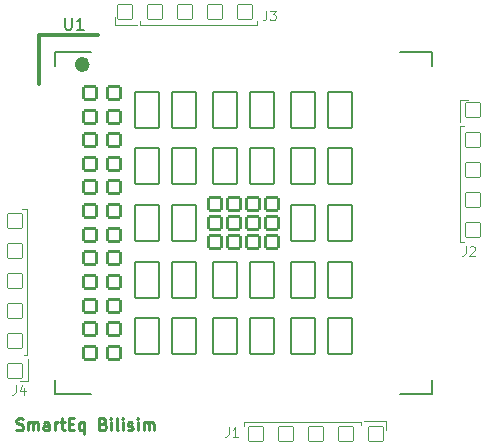
<source format=gto>
G04 #@! TF.GenerationSoftware,KiCad,Pcbnew,9.0.0*
G04 #@! TF.CreationDate,2025-09-02T11:52:27+03:00*
G04 #@! TF.ProjectId,GSM_Adapter_Board_V1.0,47534d5f-4164-4617-9074-65725f426f61,rev?*
G04 #@! TF.SameCoordinates,Original*
G04 #@! TF.FileFunction,Legend,Top*
G04 #@! TF.FilePolarity,Positive*
%FSLAX46Y46*%
G04 Gerber Fmt 4.6, Leading zero omitted, Abs format (unit mm)*
G04 Created by KiCad (PCBNEW 9.0.0) date 2025-09-02 11:52:27*
%MOMM*%
%LPD*%
G01*
G04 APERTURE LIST*
G04 Aperture macros list*
%AMRoundRect*
0 Rectangle with rounded corners*
0 $1 Rounding radius*
0 $2 $3 $4 $5 $6 $7 $8 $9 X,Y pos of 4 corners*
0 Add a 4 corners polygon primitive as box body*
4,1,4,$2,$3,$4,$5,$6,$7,$8,$9,$2,$3,0*
0 Add four circle primitives for the rounded corners*
1,1,$1+$1,$2,$3*
1,1,$1+$1,$4,$5*
1,1,$1+$1,$6,$7*
1,1,$1+$1,$8,$9*
0 Add four rect primitives between the rounded corners*
20,1,$1+$1,$2,$3,$4,$5,0*
20,1,$1+$1,$4,$5,$6,$7,0*
20,1,$1+$1,$6,$7,$8,$9,0*
20,1,$1+$1,$8,$9,$2,$3,0*%
G04 Aperture macros list end*
%ADD10C,0.250000*%
%ADD11C,0.100000*%
%ADD12C,0.150000*%
%ADD13C,0.120000*%
%ADD14C,0.300000*%
%ADD15C,0.127000*%
%ADD16C,0.700000*%
%ADD17RoundRect,0.040000X0.600000X-0.625000X0.600000X0.625000X-0.600000X0.625000X-0.600000X-0.625000X0*%
%ADD18RoundRect,0.040000X-0.600000X0.625000X-0.600000X-0.625000X0.600000X-0.625000X0.600000X0.625000X0*%
%ADD19RoundRect,0.040000X-0.625000X-0.600000X0.625000X-0.600000X0.625000X0.600000X-0.625000X0.600000X0*%
%ADD20O,2.704000X1.004000*%
%ADD21O,1.004000X2.704000*%
%ADD22RoundRect,0.102000X-0.550000X-0.550000X0.550000X-0.550000X0.550000X0.550000X-0.550000X0.550000X0*%
%ADD23RoundRect,0.102000X-1.000000X-1.500000X1.000000X-1.500000X1.000000X1.500000X-1.000000X1.500000X0*%
%ADD24RoundRect,0.040000X0.625000X0.600000X-0.625000X0.600000X-0.625000X-0.600000X0.625000X-0.600000X0*%
G04 APERTURE END LIST*
D10*
X110664949Y-114817000D02*
X110807806Y-114864619D01*
X110807806Y-114864619D02*
X111045901Y-114864619D01*
X111045901Y-114864619D02*
X111141139Y-114817000D01*
X111141139Y-114817000D02*
X111188758Y-114769380D01*
X111188758Y-114769380D02*
X111236377Y-114674142D01*
X111236377Y-114674142D02*
X111236377Y-114578904D01*
X111236377Y-114578904D02*
X111188758Y-114483666D01*
X111188758Y-114483666D02*
X111141139Y-114436047D01*
X111141139Y-114436047D02*
X111045901Y-114388428D01*
X111045901Y-114388428D02*
X110855425Y-114340809D01*
X110855425Y-114340809D02*
X110760187Y-114293190D01*
X110760187Y-114293190D02*
X110712568Y-114245571D01*
X110712568Y-114245571D02*
X110664949Y-114150333D01*
X110664949Y-114150333D02*
X110664949Y-114055095D01*
X110664949Y-114055095D02*
X110712568Y-113959857D01*
X110712568Y-113959857D02*
X110760187Y-113912238D01*
X110760187Y-113912238D02*
X110855425Y-113864619D01*
X110855425Y-113864619D02*
X111093520Y-113864619D01*
X111093520Y-113864619D02*
X111236377Y-113912238D01*
X111664949Y-114864619D02*
X111664949Y-114197952D01*
X111664949Y-114293190D02*
X111712568Y-114245571D01*
X111712568Y-114245571D02*
X111807806Y-114197952D01*
X111807806Y-114197952D02*
X111950663Y-114197952D01*
X111950663Y-114197952D02*
X112045901Y-114245571D01*
X112045901Y-114245571D02*
X112093520Y-114340809D01*
X112093520Y-114340809D02*
X112093520Y-114864619D01*
X112093520Y-114340809D02*
X112141139Y-114245571D01*
X112141139Y-114245571D02*
X112236377Y-114197952D01*
X112236377Y-114197952D02*
X112379234Y-114197952D01*
X112379234Y-114197952D02*
X112474473Y-114245571D01*
X112474473Y-114245571D02*
X112522092Y-114340809D01*
X112522092Y-114340809D02*
X112522092Y-114864619D01*
X113426853Y-114864619D02*
X113426853Y-114340809D01*
X113426853Y-114340809D02*
X113379234Y-114245571D01*
X113379234Y-114245571D02*
X113283996Y-114197952D01*
X113283996Y-114197952D02*
X113093520Y-114197952D01*
X113093520Y-114197952D02*
X112998282Y-114245571D01*
X113426853Y-114817000D02*
X113331615Y-114864619D01*
X113331615Y-114864619D02*
X113093520Y-114864619D01*
X113093520Y-114864619D02*
X112998282Y-114817000D01*
X112998282Y-114817000D02*
X112950663Y-114721761D01*
X112950663Y-114721761D02*
X112950663Y-114626523D01*
X112950663Y-114626523D02*
X112998282Y-114531285D01*
X112998282Y-114531285D02*
X113093520Y-114483666D01*
X113093520Y-114483666D02*
X113331615Y-114483666D01*
X113331615Y-114483666D02*
X113426853Y-114436047D01*
X113903044Y-114864619D02*
X113903044Y-114197952D01*
X113903044Y-114388428D02*
X113950663Y-114293190D01*
X113950663Y-114293190D02*
X113998282Y-114245571D01*
X113998282Y-114245571D02*
X114093520Y-114197952D01*
X114093520Y-114197952D02*
X114188758Y-114197952D01*
X114379235Y-114197952D02*
X114760187Y-114197952D01*
X114522092Y-113864619D02*
X114522092Y-114721761D01*
X114522092Y-114721761D02*
X114569711Y-114817000D01*
X114569711Y-114817000D02*
X114664949Y-114864619D01*
X114664949Y-114864619D02*
X114760187Y-114864619D01*
X115093521Y-114340809D02*
X115426854Y-114340809D01*
X115569711Y-114864619D02*
X115093521Y-114864619D01*
X115093521Y-114864619D02*
X115093521Y-113864619D01*
X115093521Y-113864619D02*
X115569711Y-113864619D01*
X116426854Y-114197952D02*
X116426854Y-115197952D01*
X116426854Y-114817000D02*
X116331616Y-114864619D01*
X116331616Y-114864619D02*
X116141140Y-114864619D01*
X116141140Y-114864619D02*
X116045902Y-114817000D01*
X116045902Y-114817000D02*
X115998283Y-114769380D01*
X115998283Y-114769380D02*
X115950664Y-114674142D01*
X115950664Y-114674142D02*
X115950664Y-114388428D01*
X115950664Y-114388428D02*
X115998283Y-114293190D01*
X115998283Y-114293190D02*
X116045902Y-114245571D01*
X116045902Y-114245571D02*
X116141140Y-114197952D01*
X116141140Y-114197952D02*
X116331616Y-114197952D01*
X116331616Y-114197952D02*
X116426854Y-114245571D01*
X117998283Y-114340809D02*
X118141140Y-114388428D01*
X118141140Y-114388428D02*
X118188759Y-114436047D01*
X118188759Y-114436047D02*
X118236378Y-114531285D01*
X118236378Y-114531285D02*
X118236378Y-114674142D01*
X118236378Y-114674142D02*
X118188759Y-114769380D01*
X118188759Y-114769380D02*
X118141140Y-114817000D01*
X118141140Y-114817000D02*
X118045902Y-114864619D01*
X118045902Y-114864619D02*
X117664950Y-114864619D01*
X117664950Y-114864619D02*
X117664950Y-113864619D01*
X117664950Y-113864619D02*
X117998283Y-113864619D01*
X117998283Y-113864619D02*
X118093521Y-113912238D01*
X118093521Y-113912238D02*
X118141140Y-113959857D01*
X118141140Y-113959857D02*
X118188759Y-114055095D01*
X118188759Y-114055095D02*
X118188759Y-114150333D01*
X118188759Y-114150333D02*
X118141140Y-114245571D01*
X118141140Y-114245571D02*
X118093521Y-114293190D01*
X118093521Y-114293190D02*
X117998283Y-114340809D01*
X117998283Y-114340809D02*
X117664950Y-114340809D01*
X118664950Y-114864619D02*
X118664950Y-114197952D01*
X118664950Y-113864619D02*
X118617331Y-113912238D01*
X118617331Y-113912238D02*
X118664950Y-113959857D01*
X118664950Y-113959857D02*
X118712569Y-113912238D01*
X118712569Y-113912238D02*
X118664950Y-113864619D01*
X118664950Y-113864619D02*
X118664950Y-113959857D01*
X119283997Y-114864619D02*
X119188759Y-114817000D01*
X119188759Y-114817000D02*
X119141140Y-114721761D01*
X119141140Y-114721761D02*
X119141140Y-113864619D01*
X119664950Y-114864619D02*
X119664950Y-114197952D01*
X119664950Y-113864619D02*
X119617331Y-113912238D01*
X119617331Y-113912238D02*
X119664950Y-113959857D01*
X119664950Y-113959857D02*
X119712569Y-113912238D01*
X119712569Y-113912238D02*
X119664950Y-113864619D01*
X119664950Y-113864619D02*
X119664950Y-113959857D01*
X120093521Y-114817000D02*
X120188759Y-114864619D01*
X120188759Y-114864619D02*
X120379235Y-114864619D01*
X120379235Y-114864619D02*
X120474473Y-114817000D01*
X120474473Y-114817000D02*
X120522092Y-114721761D01*
X120522092Y-114721761D02*
X120522092Y-114674142D01*
X120522092Y-114674142D02*
X120474473Y-114578904D01*
X120474473Y-114578904D02*
X120379235Y-114531285D01*
X120379235Y-114531285D02*
X120236378Y-114531285D01*
X120236378Y-114531285D02*
X120141140Y-114483666D01*
X120141140Y-114483666D02*
X120093521Y-114388428D01*
X120093521Y-114388428D02*
X120093521Y-114340809D01*
X120093521Y-114340809D02*
X120141140Y-114245571D01*
X120141140Y-114245571D02*
X120236378Y-114197952D01*
X120236378Y-114197952D02*
X120379235Y-114197952D01*
X120379235Y-114197952D02*
X120474473Y-114245571D01*
X120950664Y-114864619D02*
X120950664Y-114197952D01*
X120950664Y-113864619D02*
X120903045Y-113912238D01*
X120903045Y-113912238D02*
X120950664Y-113959857D01*
X120950664Y-113959857D02*
X120998283Y-113912238D01*
X120998283Y-113912238D02*
X120950664Y-113864619D01*
X120950664Y-113864619D02*
X120950664Y-113959857D01*
X121426854Y-114864619D02*
X121426854Y-114197952D01*
X121426854Y-114293190D02*
X121474473Y-114245571D01*
X121474473Y-114245571D02*
X121569711Y-114197952D01*
X121569711Y-114197952D02*
X121712568Y-114197952D01*
X121712568Y-114197952D02*
X121807806Y-114245571D01*
X121807806Y-114245571D02*
X121855425Y-114340809D01*
X121855425Y-114340809D02*
X121855425Y-114864619D01*
X121855425Y-114340809D02*
X121903044Y-114245571D01*
X121903044Y-114245571D02*
X121998282Y-114197952D01*
X121998282Y-114197952D02*
X122141139Y-114197952D01*
X122141139Y-114197952D02*
X122236378Y-114245571D01*
X122236378Y-114245571D02*
X122283997Y-114340809D01*
X122283997Y-114340809D02*
X122283997Y-114864619D01*
D11*
X128623332Y-114624894D02*
X128623332Y-115196322D01*
X128623332Y-115196322D02*
X128585237Y-115310608D01*
X128585237Y-115310608D02*
X128509046Y-115386799D01*
X128509046Y-115386799D02*
X128394761Y-115424894D01*
X128394761Y-115424894D02*
X128318570Y-115424894D01*
X129423332Y-115424894D02*
X128966189Y-115424894D01*
X129194761Y-115424894D02*
X129194761Y-114624894D01*
X129194761Y-114624894D02*
X129118570Y-114739179D01*
X129118570Y-114739179D02*
X129042380Y-114815370D01*
X129042380Y-114815370D02*
X128966189Y-114853465D01*
X131823332Y-79364894D02*
X131823332Y-79936322D01*
X131823332Y-79936322D02*
X131785237Y-80050608D01*
X131785237Y-80050608D02*
X131709046Y-80126799D01*
X131709046Y-80126799D02*
X131594761Y-80164894D01*
X131594761Y-80164894D02*
X131518570Y-80164894D01*
X132128094Y-79364894D02*
X132623332Y-79364894D01*
X132623332Y-79364894D02*
X132356666Y-79669656D01*
X132356666Y-79669656D02*
X132470951Y-79669656D01*
X132470951Y-79669656D02*
X132547142Y-79707751D01*
X132547142Y-79707751D02*
X132585237Y-79745846D01*
X132585237Y-79745846D02*
X132623332Y-79822037D01*
X132623332Y-79822037D02*
X132623332Y-80012513D01*
X132623332Y-80012513D02*
X132585237Y-80088703D01*
X132585237Y-80088703D02*
X132547142Y-80126799D01*
X132547142Y-80126799D02*
X132470951Y-80164894D01*
X132470951Y-80164894D02*
X132242380Y-80164894D01*
X132242380Y-80164894D02*
X132166189Y-80126799D01*
X132166189Y-80126799D02*
X132128094Y-80088703D01*
X110613332Y-111054894D02*
X110613332Y-111626322D01*
X110613332Y-111626322D02*
X110575237Y-111740608D01*
X110575237Y-111740608D02*
X110499046Y-111816799D01*
X110499046Y-111816799D02*
X110384761Y-111854894D01*
X110384761Y-111854894D02*
X110308570Y-111854894D01*
X111337142Y-111321560D02*
X111337142Y-111854894D01*
X111146666Y-111016799D02*
X110956189Y-111588227D01*
X110956189Y-111588227D02*
X111451428Y-111588227D01*
D12*
X114798095Y-79964819D02*
X114798095Y-80774342D01*
X114798095Y-80774342D02*
X114845714Y-80869580D01*
X114845714Y-80869580D02*
X114893333Y-80917200D01*
X114893333Y-80917200D02*
X114988571Y-80964819D01*
X114988571Y-80964819D02*
X115179047Y-80964819D01*
X115179047Y-80964819D02*
X115274285Y-80917200D01*
X115274285Y-80917200D02*
X115321904Y-80869580D01*
X115321904Y-80869580D02*
X115369523Y-80774342D01*
X115369523Y-80774342D02*
X115369523Y-79964819D01*
X116369523Y-80964819D02*
X115798095Y-80964819D01*
X116083809Y-80964819D02*
X116083809Y-79964819D01*
X116083809Y-79964819D02*
X115988571Y-80107676D01*
X115988571Y-80107676D02*
X115893333Y-80202914D01*
X115893333Y-80202914D02*
X115798095Y-80250533D01*
D11*
X148703332Y-99304894D02*
X148703332Y-99876322D01*
X148703332Y-99876322D02*
X148665237Y-99990608D01*
X148665237Y-99990608D02*
X148589046Y-100066799D01*
X148589046Y-100066799D02*
X148474761Y-100104894D01*
X148474761Y-100104894D02*
X148398570Y-100104894D01*
X149046189Y-99381084D02*
X149084285Y-99342989D01*
X149084285Y-99342989D02*
X149160475Y-99304894D01*
X149160475Y-99304894D02*
X149350951Y-99304894D01*
X149350951Y-99304894D02*
X149427142Y-99342989D01*
X149427142Y-99342989D02*
X149465237Y-99381084D01*
X149465237Y-99381084D02*
X149503332Y-99457275D01*
X149503332Y-99457275D02*
X149503332Y-99533465D01*
X149503332Y-99533465D02*
X149465237Y-99647751D01*
X149465237Y-99647751D02*
X149008094Y-100104894D01*
X149008094Y-100104894D02*
X149503332Y-100104894D01*
D13*
X129915000Y-114174747D02*
X129915000Y-114475254D01*
X139804792Y-114170360D02*
X129940000Y-114174747D01*
X139804792Y-114170360D02*
X139805208Y-114440000D01*
X140130000Y-114125000D02*
X141965000Y-114124746D01*
X141965000Y-114124746D02*
X141965000Y-114819746D01*
X119005000Y-80575254D02*
X119005000Y-79880254D01*
X120840000Y-80575000D02*
X119005000Y-80575254D01*
X121165208Y-80529640D02*
X121164792Y-80260000D01*
X121165208Y-80529640D02*
X131030000Y-80525253D01*
X131055000Y-80525253D02*
X131055000Y-80224746D01*
X111574571Y-96170000D02*
X111165428Y-96170000D01*
X111579143Y-108534791D02*
X111574571Y-96170000D01*
X111599640Y-108534792D02*
X111290360Y-108535208D01*
X111645000Y-108860000D02*
X111645254Y-110695000D01*
X111645254Y-110695000D02*
X110950254Y-110695000D01*
D14*
X112580000Y-85560000D02*
X112580000Y-81400000D01*
D15*
X113890000Y-82820000D02*
X113890000Y-84000000D01*
X113890000Y-82820000D02*
X117020000Y-82820000D01*
X113890000Y-111820000D02*
X113890000Y-110640000D01*
X113890000Y-111820000D02*
X117020000Y-111820000D01*
D14*
X117570000Y-81400000D02*
X112580000Y-81400000D01*
D15*
X145890000Y-82820000D02*
X143160000Y-82820000D01*
X145890000Y-82820000D02*
X145890000Y-84000000D01*
X145890000Y-111820000D02*
X143160000Y-111820000D01*
X145890000Y-111820000D02*
X145890000Y-110640000D01*
D16*
X116537442Y-83910000D02*
G75*
G02*
X115922558Y-83910000I-307442J0D01*
G01*
X115922558Y-83910000D02*
G75*
G02*
X116537442Y-83910000I307442J0D01*
G01*
D13*
X148204746Y-86915000D02*
X148899746Y-86915000D01*
X148205000Y-88750000D02*
X148204746Y-86915000D01*
X148250360Y-89075208D02*
X148254747Y-98940000D01*
X148250360Y-89075208D02*
X148520000Y-89074792D01*
X148254747Y-98965000D02*
X148555254Y-98965000D01*
%LPC*%
D17*
X130980000Y-115225000D03*
X133520000Y-115225000D03*
X136060000Y-115225000D03*
X138600000Y-115225000D03*
X141140000Y-115225000D03*
D18*
X129990000Y-79475000D03*
X127450000Y-79475000D03*
X124910000Y-79475000D03*
X122370000Y-79475000D03*
X119830000Y-79475000D03*
D19*
X110545000Y-97170000D03*
X110545000Y-99710000D03*
X110545000Y-102250000D03*
X110545000Y-104790000D03*
X110545000Y-107330000D03*
X110545000Y-109870000D03*
D20*
X114140000Y-84720000D03*
X114140000Y-86020000D03*
X114140000Y-87320000D03*
X114140000Y-88620000D03*
X114140000Y-89920000D03*
X114140000Y-91220000D03*
X114140000Y-92520000D03*
X114140000Y-96920000D03*
X114140000Y-98220000D03*
X114140000Y-99520000D03*
X114140000Y-100820000D03*
X114140000Y-102120000D03*
X114140000Y-103420000D03*
X114140000Y-104720000D03*
X114140000Y-106020000D03*
X114140000Y-107320000D03*
X114140000Y-108620000D03*
X114140000Y-109920000D03*
D21*
X120340000Y-111570000D03*
X121640000Y-111570000D03*
X122940000Y-111570000D03*
X124240000Y-111570000D03*
X125540000Y-111570000D03*
X126840000Y-111570000D03*
X128140000Y-111570000D03*
X129440000Y-111570000D03*
X130740000Y-111570000D03*
X132040000Y-111570000D03*
X133340000Y-111570000D03*
X134640000Y-111570000D03*
X135940000Y-111570000D03*
X137240000Y-111570000D03*
X138540000Y-111570000D03*
X139840000Y-111570000D03*
X141140000Y-111570000D03*
X142440000Y-111570000D03*
D20*
X145640000Y-109920000D03*
X145640000Y-108620000D03*
X145640000Y-107320000D03*
X145640000Y-106020000D03*
X145640000Y-104720000D03*
X145640000Y-103420000D03*
X145640000Y-102120000D03*
X145640000Y-100820000D03*
X145640000Y-99520000D03*
X145640000Y-98220000D03*
X145640000Y-96920000D03*
X145640000Y-92520000D03*
X145640000Y-91220000D03*
X145640000Y-89920000D03*
X145640000Y-88620000D03*
X145640000Y-87320000D03*
X145640000Y-86020000D03*
X145640000Y-84720000D03*
D21*
X142440000Y-83070000D03*
X141140000Y-83070000D03*
X139840000Y-83070000D03*
X138540000Y-83070000D03*
X137240000Y-83070000D03*
X135940000Y-83070000D03*
X134640000Y-83070000D03*
X133340000Y-83070000D03*
X132040000Y-83070000D03*
X130740000Y-83070000D03*
X129440000Y-83070000D03*
X128140000Y-83070000D03*
X126840000Y-83070000D03*
X125540000Y-83070000D03*
X124240000Y-83070000D03*
X122940000Y-83070000D03*
X121640000Y-83070000D03*
X120340000Y-83070000D03*
D22*
X132290000Y-95720000D03*
X132290000Y-97320000D03*
X132290000Y-98920000D03*
X130690000Y-95720000D03*
X130690000Y-97320000D03*
X130690000Y-98920000D03*
X129090000Y-95720000D03*
X129090000Y-97320000D03*
X129090000Y-98920000D03*
X127490000Y-95720000D03*
X127490000Y-97320000D03*
X127490000Y-98920000D03*
D23*
X138090000Y-87720000D03*
X138090000Y-92520000D03*
X138090000Y-97320000D03*
X138090000Y-102120000D03*
X138090000Y-106920000D03*
X134890000Y-87720000D03*
X134890000Y-92520000D03*
X134890000Y-97320000D03*
X134890000Y-102120000D03*
X134890000Y-106920000D03*
X131490000Y-87720000D03*
X131490000Y-92520000D03*
X131490000Y-102120000D03*
X131490000Y-106920000D03*
X128290000Y-87720000D03*
X128290000Y-92520000D03*
X128290000Y-102120000D03*
X128290000Y-106920000D03*
X124890000Y-87720000D03*
X124890000Y-92520000D03*
X124890000Y-97320000D03*
X124890000Y-102120000D03*
X124890000Y-106920000D03*
X121690000Y-87720000D03*
X121690000Y-92520000D03*
X121690000Y-97320000D03*
X121690000Y-102120000D03*
X121690000Y-106920000D03*
D21*
X119040000Y-83070000D03*
X117740000Y-83070000D03*
X119040000Y-111570000D03*
X117740000Y-111570000D03*
D22*
X118890000Y-86320000D03*
X118890000Y-88320000D03*
X118890000Y-90320000D03*
X118890000Y-92320000D03*
X118890000Y-94320000D03*
X118890000Y-96320000D03*
X118890000Y-98320000D03*
X118890000Y-100320000D03*
X118890000Y-102320000D03*
X118890000Y-104320000D03*
X118890000Y-106320000D03*
X118890000Y-108320000D03*
X116890000Y-86320000D03*
X116890000Y-88320000D03*
X116890000Y-90320000D03*
X116890000Y-92320000D03*
X116890000Y-94320000D03*
X116890000Y-96320000D03*
X116890000Y-98320000D03*
X116890000Y-100320000D03*
X116890000Y-102320000D03*
X116890000Y-104320000D03*
X116890000Y-106320000D03*
X116890000Y-108320000D03*
D20*
X114140000Y-94320000D03*
X114140000Y-95620000D03*
X145640000Y-95620000D03*
X145640000Y-94320000D03*
D24*
X149305000Y-97900000D03*
X149305000Y-95360000D03*
X149305000Y-92820000D03*
X149305000Y-90280000D03*
X149305000Y-87740000D03*
%LPD*%
M02*

</source>
